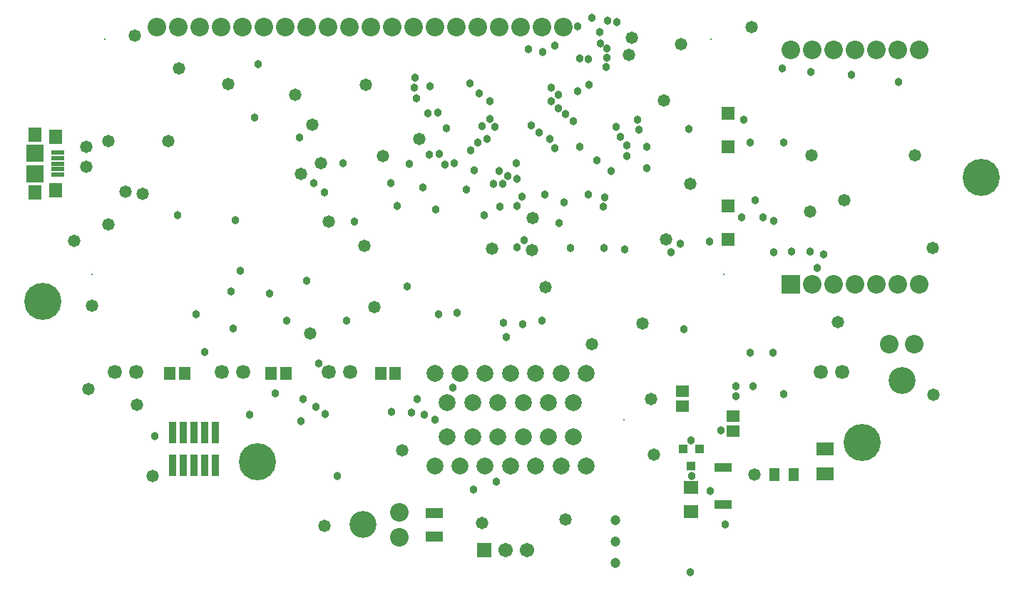
<source format=gbr>
%TF.GenerationSoftware,Altium Limited,Altium Designer,18.1.7 (191)*%
G04 Layer_Color=8388736*
%FSLAX26Y26*%
%MOIN*%
%TF.FileFunction,Soldermask,Top*%
%TF.Part,Single*%
G01*
G75*
%TA.AperFunction,SMDPad,CuDef*%
%ADD58R,0.039496X0.043433*%
%ADD60R,0.061150X0.053276*%
%ADD62R,0.053276X0.061150*%
%ADD70R,0.078866X0.047370*%
%TA.AperFunction,ComponentPad*%
%ADD74R,0.063118X0.063118*%
%ADD75C,0.008000*%
%ADD76C,0.086740*%
%ADD77C,0.078866*%
%ADD78C,0.066268*%
%TA.AperFunction,ViaPad*%
%ADD79C,0.173354*%
%TA.AperFunction,ComponentPad*%
%ADD80C,0.126110*%
%ADD81R,0.086740X0.086740*%
%ADD82C,0.047370*%
%ADD83R,0.067055X0.067055*%
%ADD84C,0.067055*%
%TA.AperFunction,ViaPad*%
%ADD85C,0.038000*%
%ADD86C,0.058000*%
%TA.AperFunction,ConnectorPad*%
%ADD89R,0.061150X0.023748*%
%ADD90R,0.063118X0.070992*%
%ADD91R,0.059181X0.065087*%
%TA.AperFunction,SMDPad,CuDef*%
%ADD92R,0.082803X0.082803*%
%ADD93R,0.078866X0.059181*%
%ADD94R,0.051307X0.059181*%
%ADD95R,0.065087X0.061150*%
%ADD96R,0.037921X0.102488*%
%ADD97R,0.082803X0.043433*%
D58*
X3188976Y157480D02*
D03*
X3151575Y236220D02*
D03*
X3226378D02*
D03*
D60*
X3385827Y388779D02*
D03*
Y319882D02*
D03*
X3149606Y506890D02*
D03*
Y437992D02*
D03*
D62*
X752953Y590551D02*
D03*
X821850D02*
D03*
X1806102D02*
D03*
X1737205D02*
D03*
X1294291D02*
D03*
X1225394D02*
D03*
D70*
X1988189Y-173228D02*
D03*
Y-62992D02*
D03*
D74*
X3361614Y1650394D02*
D03*
Y1374803D02*
D03*
Y1217323D02*
D03*
Y1807874D02*
D03*
D75*
X389173Y1051968D02*
D03*
X3341929D02*
D03*
X3282874Y2154331D02*
D03*
X448228D02*
D03*
X2875748Y373425D02*
D03*
D76*
X2592323Y2209449D02*
D03*
X2492323D02*
D03*
X2392323D02*
D03*
X2292323D02*
D03*
X2192323D02*
D03*
X2092323D02*
D03*
X1992323D02*
D03*
X1892323D02*
D03*
X1792323D02*
D03*
X1692323D02*
D03*
X1592323D02*
D03*
X1492323D02*
D03*
X1392323D02*
D03*
X1292323D02*
D03*
X1192323D02*
D03*
X1092323D02*
D03*
X992323D02*
D03*
X892323D02*
D03*
X792323D02*
D03*
X692323D02*
D03*
X4232283Y725197D02*
D03*
X4114173D02*
D03*
X1823622Y-177165D02*
D03*
Y-59055D02*
D03*
X3754449Y1005512D02*
D03*
X3854449D02*
D03*
X3954449D02*
D03*
X4054449D02*
D03*
X4154449D02*
D03*
X4254449D02*
D03*
Y2103937D02*
D03*
X4154449D02*
D03*
X4054449D02*
D03*
X3954449D02*
D03*
X3854449D02*
D03*
X3754449D02*
D03*
X3654449D02*
D03*
D77*
X1989921Y156890D02*
D03*
X2108032D02*
D03*
X2226142D02*
D03*
X2344252D02*
D03*
X2462362D02*
D03*
X2580472D02*
D03*
X2698583D02*
D03*
X2048976Y294685D02*
D03*
X2167087D02*
D03*
X2285197D02*
D03*
X2403307D02*
D03*
X2521417D02*
D03*
X2639528D02*
D03*
X2048976Y452165D02*
D03*
X2167087D02*
D03*
X2285197D02*
D03*
X2403307D02*
D03*
X2521417D02*
D03*
X2639528D02*
D03*
X1989921Y589961D02*
D03*
X2108032D02*
D03*
X2226142D02*
D03*
X2344252D02*
D03*
X2462362D02*
D03*
X2580472D02*
D03*
X2698583D02*
D03*
D78*
X3795984Y597362D02*
D03*
X3895984D02*
D03*
X1595984D02*
D03*
X1495984D02*
D03*
X1095984D02*
D03*
X995984D02*
D03*
X595984D02*
D03*
X495984D02*
D03*
D79*
X4543307Y1507874D02*
D03*
X1161614Y178150D02*
D03*
X158661Y928228D02*
D03*
X3987008Y266142D02*
D03*
D80*
X4173228Y555118D02*
D03*
X1653543Y-118110D02*
D03*
D81*
X3654449Y1005512D02*
D03*
D82*
X2834646Y-196850D02*
D03*
Y-96850D02*
D03*
Y-296850D02*
D03*
D83*
X2222835Y-236220D02*
D03*
D84*
X2322835D02*
D03*
X2422835D02*
D03*
D85*
X2153347Y1945433D02*
D03*
X3488621Y1398642D02*
D03*
X1476249Y1437008D02*
D03*
X2370074Y1574800D02*
D03*
X1880229Y406481D02*
D03*
X1244094Y496063D02*
D03*
X913386Y688976D02*
D03*
X3137795Y1195507D02*
D03*
X3275591Y1207399D02*
D03*
X2012796Y1615618D02*
D03*
X1814961Y1372695D02*
D03*
X1993519Y1358268D02*
D03*
X2139577Y1451526D02*
D03*
X1357072Y1692913D02*
D03*
X1149606Y1787402D02*
D03*
X1057721Y1308164D02*
D03*
X2551890Y2124685D02*
D03*
X2669286Y2062988D02*
D03*
X2429134Y2106299D02*
D03*
X2571089Y1293802D02*
D03*
X2781152Y1177483D02*
D03*
X2626142Y1178010D02*
D03*
X3476378Y531496D02*
D03*
X3620079Y492126D02*
D03*
X3346457Y-118110D02*
D03*
X3327802Y322835D02*
D03*
X3188976Y275591D02*
D03*
X3192913Y110236D02*
D03*
X3276386Y39559D02*
D03*
X3185039Y-338583D02*
D03*
X1578740Y837142D02*
D03*
X1299213D02*
D03*
X1448228Y637795D02*
D03*
X1389764Y1023622D02*
D03*
X787402Y1328740D02*
D03*
X1425197Y1480315D02*
D03*
X1082677Y1070866D02*
D03*
X2074213Y524212D02*
D03*
X2094042Y874016D02*
D03*
X1787402Y409449D02*
D03*
X1614173Y1299213D02*
D03*
X1216535Y964567D02*
D03*
X1047244Y799213D02*
D03*
X1037402Y974409D02*
D03*
X874016Y866142D02*
D03*
X1125984Y397638D02*
D03*
X3397638Y484252D02*
D03*
X1535433Y110236D02*
D03*
X3397638Y531496D02*
D03*
X3572047Y685039D02*
D03*
X3464567D02*
D03*
X2007874Y866142D02*
D03*
X1909449Y468504D02*
D03*
X1365551Y365551D02*
D03*
X1433071Y433071D02*
D03*
X1476378Y401575D02*
D03*
X1374016Y468504D02*
D03*
X2323036Y759842D02*
D03*
X2311023Y826772D02*
D03*
X2279528Y82677D02*
D03*
X2170514Y47244D02*
D03*
X1862205Y996063D02*
D03*
X1933071Y1459884D02*
D03*
X3656496Y1159449D02*
D03*
X3745079Y1158465D02*
D03*
X3177165Y1732284D02*
D03*
X3622047Y1669291D02*
D03*
X3433071Y1775591D02*
D03*
X3464567Y1669291D02*
D03*
X681102Y295276D02*
D03*
X1562992Y1574803D02*
D03*
X1956693Y1806102D02*
D03*
X2039366Y1566926D02*
D03*
X3525590Y1319354D02*
D03*
X3425197Y1321071D02*
D03*
X2400310Y818898D02*
D03*
X2492126Y836402D02*
D03*
X2814961Y1535433D02*
D03*
X2938650Y1775591D02*
D03*
X2888575Y1657480D02*
D03*
X2944882Y1728347D02*
D03*
X2980315Y1648459D02*
D03*
X2857638Y1696850D02*
D03*
X2839638Y1742126D02*
D03*
X2888575Y1607447D02*
D03*
X2980315Y1549213D02*
D03*
X3614173Y2015748D02*
D03*
X3748032Y2000756D02*
D03*
X3937008Y1988189D02*
D03*
X4157480Y1952756D02*
D03*
X2709286Y2061063D02*
D03*
X2763774Y2133854D02*
D03*
X2759843Y2185039D02*
D03*
X2799023Y2240157D02*
D03*
X2724409Y2251968D02*
D03*
X2795270Y2066925D02*
D03*
X2796069Y2109443D02*
D03*
X2712598Y1940945D02*
D03*
X2657480Y1909449D02*
D03*
X2602362Y1803150D02*
D03*
X2791339Y2023622D02*
D03*
X2494807Y2094488D02*
D03*
X2708661Y1425197D02*
D03*
X2659351Y2212598D02*
D03*
X2551932Y1641732D02*
D03*
X1783465Y1480315D02*
D03*
X2082677Y1574803D02*
D03*
X1869878Y1570866D02*
D03*
X2043307Y1736220D02*
D03*
X2157480Y1633858D02*
D03*
X2235338Y1685039D02*
D03*
X2212598Y1748032D02*
D03*
X2191339Y1669291D02*
D03*
X2173228Y1539370D02*
D03*
X3153543Y795276D02*
D03*
X3094488Y1157480D02*
D03*
X2877953Y1169291D02*
D03*
X2779528Y1370079D02*
D03*
X2783465Y1413386D02*
D03*
X2442274Y1748936D02*
D03*
X2477003Y1717913D02*
D03*
X2527559Y1687488D02*
D03*
X2271937Y1744488D02*
D03*
X2249220Y1780716D02*
D03*
X3574803Y1157480D02*
D03*
Y1302354D02*
D03*
X2503932Y1425194D02*
D03*
X2594488Y1389764D02*
D03*
X3807087Y1145669D02*
D03*
X3779528Y1082677D02*
D03*
X2374011Y1181107D02*
D03*
Y1374013D02*
D03*
X2397633Y1417320D02*
D03*
X2375399Y1500993D02*
D03*
X2409449Y1212598D02*
D03*
X2291334Y1535430D02*
D03*
X2307082Y1476375D02*
D03*
X2263780Y1476378D02*
D03*
X2331819Y1514640D02*
D03*
X1940945Y397638D02*
D03*
X2220468Y1330706D02*
D03*
X2295276Y1370079D02*
D03*
X1989921Y374016D02*
D03*
X2248032Y1862205D02*
D03*
X2669291Y1650591D02*
D03*
X2637795Y1771653D02*
D03*
X2566929Y1830709D02*
D03*
X2535433Y1862205D02*
D03*
Y1925197D02*
D03*
X1964567Y1614173D02*
D03*
X2748032Y1586614D02*
D03*
X2196850Y1899606D02*
D03*
X1968504Y1933071D02*
D03*
X1898701Y1974197D02*
D03*
X2003937Y1811024D02*
D03*
X1905512Y1877953D02*
D03*
X1896162Y1925197D02*
D03*
X1165354Y2035433D02*
D03*
X2842520Y2232284D02*
D03*
X2569370Y1893701D02*
D03*
D86*
X1406653Y777402D02*
D03*
X360748Y1557126D02*
D03*
X545276Y1439961D02*
D03*
X360748Y1649094D02*
D03*
X464567Y1287520D02*
D03*
Y1677402D02*
D03*
X1917323Y1687913D02*
D03*
X1661417Y1187109D02*
D03*
X1708661Y901575D02*
D03*
X2724409Y726517D02*
D03*
X2962199Y824961D02*
D03*
X2259370Y1172480D02*
D03*
X2507711Y992126D02*
D03*
X1494402Y1300706D02*
D03*
X1748032Y1607447D02*
D03*
X1669291Y1939449D02*
D03*
X795276Y2017409D02*
D03*
X586409Y2169291D02*
D03*
X744095Y1677165D02*
D03*
X625984Y1430276D02*
D03*
X303150Y1208661D02*
D03*
X387953Y905118D02*
D03*
X598425Y444882D02*
D03*
X370079Y515748D02*
D03*
X671009Y110236D02*
D03*
X1836510Y231449D02*
D03*
X1473267Y-122047D02*
D03*
X2599952Y-94266D02*
D03*
X2210103Y-110608D02*
D03*
X3000000Y468504D02*
D03*
X3015748Y208661D02*
D03*
X3483554Y118110D02*
D03*
X4322835Y491011D02*
D03*
X3876249Y830709D02*
D03*
X4318898Y1176489D02*
D03*
X4236221Y1610236D02*
D03*
X3744095Y1346529D02*
D03*
X3751811Y1610236D02*
D03*
X3184886Y1475493D02*
D03*
X3062992Y1866142D02*
D03*
X3471850Y2210669D02*
D03*
X3142795Y2128494D02*
D03*
X2912992Y2160709D02*
D03*
X3904508Y1398642D02*
D03*
X3070866Y1216535D02*
D03*
X2897638Y2078937D02*
D03*
X2448819Y1318280D02*
D03*
X2444882Y1165354D02*
D03*
X1417323Y1751968D02*
D03*
X1023622Y1941929D02*
D03*
X1338583Y1894685D02*
D03*
X1365158Y1522638D02*
D03*
X1456693Y1574803D02*
D03*
D89*
X226378Y1622716D02*
D03*
Y1597126D02*
D03*
Y1571535D02*
D03*
Y1545945D02*
D03*
Y1520354D02*
D03*
D90*
X217520Y1697520D02*
D03*
Y1445551D02*
D03*
D91*
X121063Y1706378D02*
D03*
Y1436693D02*
D03*
D92*
Y1618780D02*
D03*
Y1524291D02*
D03*
D93*
X3813976Y121063D02*
D03*
Y235236D02*
D03*
D94*
X3576772Y118110D02*
D03*
X3667323D02*
D03*
D95*
X3188976Y58071D02*
D03*
Y-58071D02*
D03*
D96*
X966142Y312992D02*
D03*
Y159449D02*
D03*
X916142Y312992D02*
D03*
Y159449D02*
D03*
X866142Y312992D02*
D03*
Y159449D02*
D03*
X816142Y312992D02*
D03*
Y159449D02*
D03*
X766142Y312992D02*
D03*
Y159449D02*
D03*
D97*
X3338583Y148622D02*
D03*
Y-22638D02*
D03*
%TF.MD5,7839b63512b7644a43e19c47f0ce7747*%
M02*

</source>
